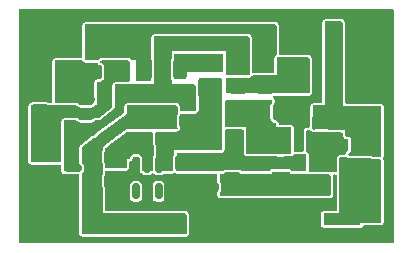
<source format=gbr>
%TF.GenerationSoftware,KiCad,Pcbnew,9.0.0-rc1-104-g6c47f32ccf*%
%TF.CreationDate,2025-01-02T15:15:32+01:00*%
%TF.ProjectId,breakoutpcbs,62726561-6b6f-4757-9470-6362732e6b69,rev?*%
%TF.SameCoordinates,PX6d3f490PY8024330*%
%TF.FileFunction,Copper,L1,Top*%
%TF.FilePolarity,Positive*%
%FSLAX46Y46*%
G04 Gerber Fmt 4.6, Leading zero omitted, Abs format (unit mm)*
G04 Created by KiCad (PCBNEW 9.0.0-rc1-104-g6c47f32ccf) date 2025-01-02 15:15:32*
%MOMM*%
%LPD*%
G01*
G04 APERTURE LIST*
G04 Aperture macros list*
%AMRoundRect*
0 Rectangle with rounded corners*
0 $1 Rounding radius*
0 $2 $3 $4 $5 $6 $7 $8 $9 X,Y pos of 4 corners*
0 Add a 4 corners polygon primitive as box body*
4,1,4,$2,$3,$4,$5,$6,$7,$8,$9,$2,$3,0*
0 Add four circle primitives for the rounded corners*
1,1,$1+$1,$2,$3*
1,1,$1+$1,$4,$5*
1,1,$1+$1,$6,$7*
1,1,$1+$1,$8,$9*
0 Add four rect primitives between the rounded corners*
20,1,$1+$1,$2,$3,$4,$5,0*
20,1,$1+$1,$4,$5,$6,$7,0*
20,1,$1+$1,$6,$7,$8,$9,0*
20,1,$1+$1,$8,$9,$2,$3,0*%
%AMFreePoly0*
4,1,21,1.372500,0.787500,0.862500,0.787500,0.862500,0.532500,1.372500,0.532500,1.372500,0.127500,0.862500,0.127500,0.862500,-0.127500,1.372500,-0.127500,1.372500,-0.532500,0.862500,-0.532500,0.862500,-0.787500,1.372500,-0.787500,1.372500,-1.195000,0.612500,-1.195000,0.612500,-1.117500,-0.862500,-1.117500,-0.862500,1.117500,0.612500,1.117500,0.612500,1.195000,1.372500,1.195000,
1.372500,0.787500,1.372500,0.787500,$1*%
G04 Aperture macros list end*
%TA.AperFunction,SMDPad,CuDef*%
%ADD10RoundRect,0.250000X0.450000X-0.350000X0.450000X0.350000X-0.450000X0.350000X-0.450000X-0.350000X0*%
%TD*%
%TA.AperFunction,SMDPad,CuDef*%
%ADD11RoundRect,0.250000X-0.450000X0.350000X-0.450000X-0.350000X0.450000X-0.350000X0.450000X0.350000X0*%
%TD*%
%TA.AperFunction,SMDPad,CuDef*%
%ADD12R,3.150000X1.000000*%
%TD*%
%TA.AperFunction,SMDPad,CuDef*%
%ADD13R,1.000000X2.510000*%
%TD*%
%TA.AperFunction,SMDPad,CuDef*%
%ADD14RoundRect,0.250000X-0.350000X-0.450000X0.350000X-0.450000X0.350000X0.450000X-0.350000X0.450000X0*%
%TD*%
%TA.AperFunction,SMDPad,CuDef*%
%ADD15RoundRect,0.250000X-0.312500X-0.625000X0.312500X-0.625000X0.312500X0.625000X-0.312500X0.625000X0*%
%TD*%
%TA.AperFunction,SMDPad,CuDef*%
%ADD16RoundRect,0.150000X-0.587500X-0.150000X0.587500X-0.150000X0.587500X0.150000X-0.587500X0.150000X0*%
%TD*%
%TA.AperFunction,ComponentPad*%
%ADD17R,1.500000X1.050000*%
%TD*%
%TA.AperFunction,ComponentPad*%
%ADD18O,1.500000X1.050000*%
%TD*%
%TA.AperFunction,SMDPad,CuDef*%
%ADD19RoundRect,0.150000X-0.150000X0.512500X-0.150000X-0.512500X0.150000X-0.512500X0.150000X0.512500X0*%
%TD*%
%TA.AperFunction,SMDPad,CuDef*%
%ADD20R,0.405000X0.990000*%
%TD*%
%TA.AperFunction,SMDPad,CuDef*%
%ADD21FreePoly0,270.000000*%
%TD*%
%TA.AperFunction,SMDPad,CuDef*%
%ADD22RoundRect,0.250000X0.350000X0.450000X-0.350000X0.450000X-0.350000X-0.450000X0.350000X-0.450000X0*%
%TD*%
G04 APERTURE END LIST*
D10*
%TO.P,R11,1*%
%TO.N,Net-(U6-VDD)*%
X10642000Y9358500D03*
%TO.P,R11,2*%
%TO.N,/power_switch_bbA/ONOFF*%
X10642000Y11358500D03*
%TD*%
D11*
%TO.P,R19,1*%
%TO.N,/power_switch_bbA/VBATT*%
X26136000Y11358500D03*
%TO.P,R19,2*%
%TO.N,Net-(Q6-G)*%
X26136000Y9358500D03*
%TD*%
%TO.P,R16,1*%
%TO.N,Net-(Q3-C)*%
X14812000Y12882500D03*
%TO.P,R16,2*%
%TO.N,Net-(U6-VOUT)*%
X14812000Y10882500D03*
%TD*%
%TO.P,R24,1*%
%TO.N,Net-(R24-Pad1)*%
X16844000Y15748000D03*
%TO.P,R24,2*%
%TO.N,Net-(U6-VOUT)*%
X16844000Y13748000D03*
%TD*%
%TO.P,R21,1*%
%TO.N,Net-(R21-Pad1)*%
X9144000Y17002000D03*
%TO.P,R21,2*%
%TO.N,Net-(Q3-B)*%
X9144000Y15002000D03*
%TD*%
D10*
%TO.P,R15,1*%
%TO.N,Net-(U6-VOUT)*%
X12780000Y9358500D03*
%TO.P,R15,2*%
%TO.N,/power_switch_bbA/ONOFF*%
X12780000Y11358500D03*
%TD*%
D12*
%TO.P,J8,1,Pin_1*%
%TO.N,/power_switch_bbA/ONOFF*%
X12939000Y2032000D03*
%TO.P,J8,2,Pin_2*%
X7889000Y2032000D03*
%TD*%
D10*
%TO.P,R25,1*%
%TO.N,/power_switch_bbA/EN1*%
X21336000Y13732000D03*
%TO.P,R25,2*%
%TO.N,Net-(R21-Pad1)*%
X21336000Y15732000D03*
%TD*%
D13*
%TO.P,J5,1,Pin_1*%
%TO.N,/power_switch_bbA/EN1*%
X24638000Y14601000D03*
%TO.P,J5,2,Pin_2*%
%TO.N,/power_switch_bbA/VBATT*%
X27178000Y17911000D03*
%TO.P,J5,3,Pin_3*%
%TO.N,GND1*%
X29718000Y14601000D03*
%TD*%
D11*
%TO.P,R13,1*%
%TO.N,GND1*%
X4572000Y17002000D03*
%TO.P,R13,2*%
%TO.N,Net-(Q4-E)*%
X4572000Y15002000D03*
%TD*%
D14*
%TO.P,R18,1*%
%TO.N,Net-(U6-VOUT)*%
X16754000Y11628500D03*
%TO.P,R18,2*%
%TO.N,Net-(Q5-E)*%
X18754000Y11628500D03*
%TD*%
D10*
%TO.P,R12,1*%
%TO.N,GND1*%
X8462000Y5802500D03*
%TO.P,R12,2*%
%TO.N,Net-(U6-VDD)*%
X8462000Y7802500D03*
%TD*%
D15*
%TO.P,R28,1*%
%TO.N,Net-(R21-Pad1)*%
X11237500Y15240000D03*
%TO.P,R28,2*%
%TO.N,Net-(R24-Pad1)*%
X14162500Y15240000D03*
%TD*%
D16*
%TO.P,Q3,1,B*%
%TO.N,Net-(Q3-B)*%
X3205000Y7808000D03*
%TO.P,Q3,2,E*%
%TO.N,GND1*%
X3205000Y5908000D03*
%TO.P,Q3,3,C*%
%TO.N,Net-(Q3-C)*%
X5080000Y6858000D03*
%TD*%
D10*
%TO.P,R23,1*%
%TO.N,Net-(Q5-C)*%
X26136000Y5310500D03*
%TO.P,R23,2*%
%TO.N,Net-(Q6-G)*%
X26136000Y7310500D03*
%TD*%
D11*
%TO.P,R22,1*%
%TO.N,Net-(R21-Pad1)*%
X6858000Y17002000D03*
%TO.P,R22,2*%
%TO.N,Net-(Q4-E)*%
X6858000Y15002000D03*
%TD*%
D17*
%TO.P,Q4,1,C*%
%TO.N,Net-(Q3-C)*%
X6202000Y10160000D03*
D18*
%TO.P,Q4,2,B*%
%TO.N,Net-(Q3-B)*%
X6202000Y11430000D03*
%TO.P,Q4,3,E*%
%TO.N,Net-(Q4-E)*%
X6202000Y12700000D03*
%TD*%
D19*
%TO.P,U6,1,VOUT*%
%TO.N,Net-(U6-VOUT)*%
X12354000Y7178000D03*
%TO.P,U6,2,VDD*%
%TO.N,Net-(U6-VDD)*%
X11404000Y7178000D03*
%TO.P,U6,3,GND*%
%TO.N,GND1*%
X10454000Y7178000D03*
%TO.P,U6,4*%
%TO.N,N/C*%
X10454000Y4903000D03*
%TO.P,U6,5*%
X12354000Y4903000D03*
%TD*%
D10*
%TO.P,R26,1*%
%TO.N,GND1*%
X14452000Y5294500D03*
%TO.P,R26,2*%
%TO.N,Net-(Q5-B)*%
X14452000Y7294500D03*
%TD*%
D14*
%TO.P,R17,1*%
%TO.N,Net-(U6-VOUT)*%
X16754000Y9342500D03*
%TO.P,R17,2*%
%TO.N,Net-(Q5-B)*%
X18754000Y9342500D03*
%TD*%
D20*
%TO.P,Q6,1,S*%
%TO.N,/power_switch_bbA/VBATT*%
X30200000Y8850500D03*
%TO.P,Q6,2,S*%
X29540000Y8850500D03*
%TO.P,Q6,3,S*%
X28880000Y8850500D03*
%TO.P,Q6,4,G*%
%TO.N,Net-(Q6-G)*%
X28220000Y8850500D03*
D21*
%TO.P,Q6,5,D*%
%TO.N,+7.5V*%
X29210000Y6858000D03*
%TD*%
D11*
%TO.P,R14,1*%
%TO.N,GND1*%
X2286000Y13700000D03*
%TO.P,R14,2*%
%TO.N,Net-(Q3-B)*%
X2286000Y11700000D03*
%TD*%
D17*
%TO.P,Q5,1,C*%
%TO.N,Net-(Q5-C)*%
X22686000Y6040500D03*
D18*
%TO.P,Q5,2,B*%
%TO.N,Net-(Q5-B)*%
X22686000Y7310500D03*
%TO.P,Q5,3,E*%
%TO.N,Net-(Q5-E)*%
X22686000Y8580500D03*
%TD*%
D10*
%TO.P,R20,1*%
%TO.N,/power_switch_bbA/EN1*%
X19050000Y13732000D03*
%TO.P,R20,2*%
%TO.N,Net-(Q3-C)*%
X19050000Y15732000D03*
%TD*%
D22*
%TO.P,R27,1*%
%TO.N,GND1*%
X22606000Y11628500D03*
%TO.P,R27,2*%
%TO.N,Net-(Q5-E)*%
X20606000Y11628500D03*
%TD*%
D12*
%TO.P,J7,1,Pin_1*%
%TO.N,+7.5V*%
X27910000Y2540000D03*
%TO.P,J7,2,Pin_2*%
%TO.N,GND1*%
X22860000Y2540000D03*
%TD*%
D16*
%TO.P,Q7,1,B*%
%TO.N,Net-(Q5-B)*%
X16738000Y7178500D03*
%TO.P,Q7,2,E*%
%TO.N,GND1*%
X16738000Y5278500D03*
%TO.P,Q7,3,C*%
%TO.N,Net-(Q5-C)*%
X18613000Y6228500D03*
%TD*%
%TA.AperFunction,Conductor*%
%TO.N,Net-(Q5-C)*%
G36*
X26867039Y6330315D02*
G01*
X26912794Y6277511D01*
X26924000Y6226000D01*
X26924000Y4640500D01*
X26904315Y4573461D01*
X26851511Y4527706D01*
X26800000Y4516500D01*
X17650000Y4516500D01*
X17641314Y4519051D01*
X17632353Y4517762D01*
X17608312Y4528741D01*
X17582961Y4536185D01*
X17577033Y4543026D01*
X17568797Y4546787D01*
X17554507Y4569022D01*
X17537206Y4588989D01*
X17534918Y4599504D01*
X17531023Y4605565D01*
X17526000Y4640500D01*
X17526000Y4781957D01*
X17545685Y4848996D01*
X17562314Y4869634D01*
X17614698Y4922017D01*
X17666073Y5027107D01*
X17676000Y5095240D01*
X17676000Y5461760D01*
X17666073Y5529893D01*
X17614698Y5634983D01*
X17614696Y5634985D01*
X17614696Y5634986D01*
X17562319Y5687363D01*
X17528834Y5748686D01*
X17526000Y5775044D01*
X17526000Y6226000D01*
X17545685Y6293039D01*
X17598489Y6338794D01*
X17650000Y6350000D01*
X26800000Y6350000D01*
X26867039Y6330315D01*
G37*
%TD.AperFunction*%
%TD*%
%TA.AperFunction,Conductor*%
%TO.N,Net-(R21-Pad1)*%
G36*
X22295039Y19030315D02*
G01*
X22340794Y18977511D01*
X22352000Y18926000D01*
X22352000Y16507614D01*
X22332315Y16440575D01*
X22294501Y16405724D01*
X22295656Y16404043D01*
X22289917Y16400102D01*
X22237104Y16354340D01*
X22219160Y16336758D01*
X22219154Y16336751D01*
X22174511Y16256941D01*
X22174509Y16256936D01*
X22154826Y16189904D01*
X22154825Y16189899D01*
X22154825Y16189898D01*
X22146909Y16134840D01*
X22146500Y16131997D01*
X22146500Y15061500D01*
X22126815Y14994461D01*
X22074011Y14948706D01*
X22022500Y14937500D01*
X20395500Y14937500D01*
X20328461Y14957185D01*
X20282706Y15009989D01*
X20271500Y15061500D01*
X20271500Y17909992D01*
X20271499Y17910008D01*
X20266803Y17953684D01*
X20262897Y17971636D01*
X20255602Y18005175D01*
X20255348Y18006211D01*
X20253110Y18015373D01*
X20210100Y18096085D01*
X20164345Y18148889D01*
X20164339Y18148896D01*
X20146757Y18166840D01*
X20146756Y18166841D01*
X20146754Y18166843D01*
X20146752Y18166844D01*
X20146750Y18166846D01*
X20066940Y18211489D01*
X20066935Y18211491D01*
X19999903Y18231174D01*
X19999899Y18231175D01*
X19999898Y18231175D01*
X19942000Y18239500D01*
X12062000Y18239500D01*
X12061992Y18239500D01*
X12018313Y18234803D01*
X11966825Y18223603D01*
X11956627Y18221110D01*
X11956624Y18221109D01*
X11875916Y18178101D01*
X11875913Y18178099D01*
X11823104Y18132340D01*
X11805160Y18114758D01*
X11805154Y18114751D01*
X11760511Y18034941D01*
X11760509Y18034936D01*
X11740826Y17967904D01*
X11740825Y17967899D01*
X11740825Y17967898D01*
X11732502Y17910008D01*
X11732500Y17909997D01*
X11732500Y16136624D01*
X11738542Y16087162D01*
X11740231Y16080350D01*
X11752542Y16030705D01*
X11752541Y16030704D01*
X11757547Y16010521D01*
X11757771Y16010277D01*
X11763564Y15996459D01*
X11775009Y15963744D01*
X11775022Y15963719D01*
X11788040Y15926519D01*
X11795000Y15885561D01*
X11795000Y14594443D01*
X11794305Y14590354D01*
X11794839Y14588120D01*
X11788041Y14553487D01*
X11775009Y14516245D01*
X11774994Y14516225D01*
X11763553Y14483514D01*
X11759696Y14478136D01*
X11756277Y14464350D01*
X11752966Y14453246D01*
X11749802Y14444205D01*
X11750015Y14442911D01*
X11747313Y14428273D01*
X11740267Y14399797D01*
X11740258Y14399783D01*
X11740252Y14399735D01*
X11738542Y14392842D01*
X11732500Y14343377D01*
X11732323Y14340467D01*
X11732053Y14339721D01*
X11732043Y14339635D01*
X11732023Y14339638D01*
X11708602Y14274747D01*
X11653116Y14232285D01*
X11608552Y14224000D01*
X10538000Y14224000D01*
X10470961Y14243685D01*
X10425206Y14296489D01*
X10414000Y14348000D01*
X10414000Y16002000D01*
X10157613Y16002000D01*
X10090574Y16021685D01*
X10055723Y16059504D01*
X10054040Y16058347D01*
X10050102Y16064081D01*
X10050100Y16064085D01*
X10004345Y16116889D01*
X10004339Y16116896D01*
X9986757Y16134840D01*
X9986756Y16134841D01*
X9986754Y16134843D01*
X9986752Y16134844D01*
X9986750Y16134846D01*
X9906940Y16179489D01*
X9906935Y16179491D01*
X9839903Y16199174D01*
X9839899Y16199175D01*
X9839898Y16199175D01*
X9782000Y16207500D01*
X7544215Y16207500D01*
X7491362Y16200588D01*
X7429773Y16184198D01*
X7429740Y16184188D01*
X7429733Y16184186D01*
X7429730Y16184185D01*
X7426743Y16183233D01*
X7410769Y16178142D01*
X7410767Y16178141D01*
X7334338Y16127915D01*
X7285946Y16077508D01*
X7263941Y16051584D01*
X7262537Y16052776D01*
X7218413Y16013741D01*
X7165745Y16002000D01*
X6220000Y16002000D01*
X6152961Y16021685D01*
X6107206Y16074489D01*
X6096000Y16126000D01*
X6096000Y18926000D01*
X6115685Y18993039D01*
X6168489Y19038794D01*
X6220000Y19050000D01*
X22228000Y19050000D01*
X22295039Y19030315D01*
G37*
%TD.AperFunction*%
%TD*%
%TA.AperFunction,Conductor*%
%TO.N,Net-(Q3-C)*%
G36*
X20009039Y18014315D02*
G01*
X20054794Y17961511D01*
X20066000Y17910000D01*
X20066000Y14856000D01*
X20046315Y14788961D01*
X19993511Y14743206D01*
X19942000Y14732000D01*
X18158000Y14732000D01*
X18090961Y14751685D01*
X18045206Y14804489D01*
X18034000Y14856000D01*
X18034000Y16764000D01*
X13462000Y16764000D01*
X13462000Y16136625D01*
X13449660Y16086868D01*
X13450276Y16086652D01*
X13447978Y16080086D01*
X13447631Y16078685D01*
X13447208Y16077886D01*
X13402353Y15949697D01*
X13399500Y15919270D01*
X13399500Y14560731D01*
X13402353Y14530301D01*
X13402353Y14530299D01*
X13434260Y14439118D01*
X13447207Y14402118D01*
X13447209Y14402116D01*
X13447628Y14401322D01*
X13447975Y14399923D01*
X13450276Y14393347D01*
X13449659Y14393132D01*
X13462000Y14343377D01*
X13462000Y13970000D01*
X15370000Y13970000D01*
X15437039Y13950315D01*
X15482794Y13897511D01*
X15494000Y13846000D01*
X15494000Y11807960D01*
X15474315Y11740921D01*
X15421511Y11695166D01*
X15369997Y11683960D01*
X14299497Y11683986D01*
X14232458Y11703672D01*
X14186704Y11756477D01*
X14175500Y11807986D01*
X14175500Y12067992D01*
X14175499Y12068008D01*
X14170803Y12111684D01*
X14165411Y12136468D01*
X14159602Y12163175D01*
X14159348Y12164211D01*
X14157110Y12173373D01*
X14114100Y12254085D01*
X14068345Y12306889D01*
X14068339Y12306896D01*
X14050757Y12324840D01*
X14050756Y12324841D01*
X14050754Y12324843D01*
X14050752Y12324844D01*
X14050750Y12324846D01*
X13970940Y12369489D01*
X13970935Y12369491D01*
X13903903Y12389174D01*
X13903899Y12389175D01*
X13903898Y12389175D01*
X13846000Y12397500D01*
X9776000Y12397500D01*
X9775992Y12397500D01*
X9732313Y12392803D01*
X9680825Y12381603D01*
X9670627Y12379110D01*
X9670624Y12379109D01*
X9589916Y12336101D01*
X9589913Y12336099D01*
X9537104Y12290340D01*
X9519160Y12272758D01*
X9519154Y12272751D01*
X9474511Y12192941D01*
X9474509Y12192936D01*
X9454826Y12125904D01*
X9454825Y12125899D01*
X9454825Y12125898D01*
X9446502Y12068008D01*
X9446500Y12067997D01*
X9446500Y11658252D01*
X9426815Y11591213D01*
X9396900Y11559052D01*
X7068001Y9812378D01*
X7055263Y9802003D01*
X7040438Y9788910D01*
X7040437Y9788909D01*
X6994378Y9730128D01*
X6994377Y9730126D01*
X6976261Y9695493D01*
X6927745Y9645214D01*
X6890663Y9631368D01*
X6867059Y9626656D01*
X6867054Y9626655D01*
X6867053Y9626654D01*
X6801611Y9602178D01*
X6750306Y9574104D01*
X6750300Y9574101D01*
X5768304Y8837604D01*
X5741123Y8813155D01*
X5711283Y8781075D01*
X5709156Y8778754D01*
X5664511Y8698941D01*
X5664509Y8698936D01*
X5644826Y8631904D01*
X5644825Y8631899D01*
X5644825Y8631898D01*
X5639071Y8591877D01*
X5636500Y8573997D01*
X5636500Y7380544D01*
X5637678Y7358564D01*
X5640511Y7332217D01*
X5640512Y7332215D01*
X5645143Y7317427D01*
X5664471Y7255700D01*
X5664473Y7255696D01*
X5664474Y7255694D01*
X5697952Y7194383D01*
X5697957Y7194375D01*
X5732998Y7147565D01*
X5733004Y7147559D01*
X5733008Y7147553D01*
X5733015Y7147546D01*
X5772505Y7108055D01*
X5774641Y7105064D01*
X5776361Y7104021D01*
X5796219Y7074844D01*
X5799896Y7067324D01*
X5812500Y7012855D01*
X5812500Y6728000D01*
X5792815Y6660961D01*
X5740011Y6615206D01*
X5688500Y6604000D01*
X4442000Y6604000D01*
X4374961Y6623685D01*
X4329206Y6676489D01*
X4318000Y6728000D01*
X4318000Y10798000D01*
X4337685Y10865039D01*
X4390489Y10910794D01*
X4442000Y10922000D01*
X5407626Y10922000D01*
X5474665Y10902315D01*
X5495307Y10885681D01*
X5514517Y10866471D01*
X5514521Y10866468D01*
X5633340Y10787075D01*
X5633346Y10787072D01*
X5633347Y10787071D01*
X5765380Y10732381D01*
X5765384Y10732381D01*
X5765385Y10732380D01*
X5905542Y10704500D01*
X5905545Y10704500D01*
X6498457Y10704500D01*
X6592751Y10723258D01*
X6638620Y10732381D01*
X6770653Y10787071D01*
X6889479Y10866468D01*
X6889482Y10866471D01*
X6908693Y10885681D01*
X6970016Y10919166D01*
X6996374Y10922000D01*
X7365999Y10922000D01*
X7366000Y10922000D01*
X8636000Y11938000D01*
X8636000Y13846000D01*
X8655685Y13913039D01*
X8708489Y13958794D01*
X8760000Y13970000D01*
X11938000Y13970000D01*
X11938000Y14343377D01*
X11950340Y14393132D01*
X11949724Y14393347D01*
X11952024Y14399923D01*
X11952372Y14401322D01*
X11952787Y14402111D01*
X11952793Y14402118D01*
X11997417Y14529646D01*
X11997646Y14530299D01*
X11997646Y14530301D01*
X12000500Y14560731D01*
X12000500Y15919270D01*
X11997646Y15949697D01*
X11997646Y15949699D01*
X11952793Y16077882D01*
X11952791Y16077884D01*
X11952791Y16077886D01*
X11952369Y16078685D01*
X11952021Y16080086D01*
X11949724Y16086652D01*
X11950339Y16086868D01*
X11938000Y16136625D01*
X11938000Y17910000D01*
X11957685Y17977039D01*
X12010489Y18022794D01*
X12062000Y18034000D01*
X19942000Y18034000D01*
X20009039Y18014315D01*
G37*
%TD.AperFunction*%
%TD*%
%TA.AperFunction,Conductor*%
%TO.N,Net-(Q5-E)*%
G36*
X21954463Y12624815D02*
G01*
X22000218Y12572011D01*
X22010162Y12502853D01*
X21981137Y12439297D01*
X21961058Y12420730D01*
X21933850Y12400650D01*
X21853207Y12291383D01*
X21853206Y12291381D01*
X21808353Y12163202D01*
X21808353Y12163200D01*
X21805500Y12132770D01*
X21805500Y11124231D01*
X21808353Y11093801D01*
X21808353Y11093799D01*
X21853206Y10965620D01*
X21853207Y10965618D01*
X21933850Y10856350D01*
X22043118Y10775707D01*
X22085845Y10760756D01*
X22171299Y10730854D01*
X22201730Y10728000D01*
X22202000Y10728000D01*
X22202052Y10727985D01*
X22204630Y10727864D01*
X22204600Y10727237D01*
X22269039Y10708315D01*
X22314794Y10655511D01*
X22326000Y10604000D01*
X22326000Y10358500D01*
X23472000Y10358500D01*
X23539039Y10338815D01*
X23584794Y10286011D01*
X23596000Y10234500D01*
X23596000Y8196500D01*
X23576315Y8129461D01*
X23523511Y8083706D01*
X23472000Y8072500D01*
X19910000Y8072500D01*
X19842961Y8092185D01*
X19797206Y8144989D01*
X19786000Y8196500D01*
X19786000Y10358500D01*
X18083500Y10358500D01*
X18016461Y10378185D01*
X17970706Y10430989D01*
X17959500Y10482500D01*
X17959500Y12520500D01*
X17979185Y12587539D01*
X18031989Y12633294D01*
X18083500Y12644500D01*
X21887424Y12644500D01*
X21954463Y12624815D01*
G37*
%TD.AperFunction*%
%TD*%
%TA.AperFunction,Conductor*%
%TO.N,+7.5V*%
G36*
X28330348Y7798815D02*
G01*
X28338341Y7793206D01*
X28338427Y7793158D01*
X28338428Y7793157D01*
X28385101Y7767050D01*
X28394952Y7761539D01*
X28418245Y7748510D01*
X28485284Y7728825D01*
X28543182Y7720500D01*
X30275845Y7720500D01*
X30342884Y7700815D01*
X30353160Y7693445D01*
X30363876Y7684899D01*
X30372274Y7678545D01*
X30382526Y7671193D01*
X30382530Y7671191D01*
X30382533Y7671189D01*
X30444396Y7641010D01*
X30511435Y7621325D01*
X30569333Y7613000D01*
X30569337Y7613000D01*
X31092000Y7613000D01*
X31159039Y7593315D01*
X31204794Y7540511D01*
X31216000Y7489000D01*
X31216000Y2354500D01*
X31196315Y2287461D01*
X31143511Y2241706D01*
X31092000Y2230500D01*
X27784000Y2230500D01*
X27716961Y2250185D01*
X27671206Y2302989D01*
X27660000Y2354500D01*
X27660000Y7694500D01*
X27679685Y7761539D01*
X27732489Y7807294D01*
X27784000Y7818500D01*
X28263309Y7818500D01*
X28330348Y7798815D01*
G37*
%TD.AperFunction*%
%TD*%
%TA.AperFunction,Conductor*%
%TO.N,/power_switch_bbA/ONOFF*%
G36*
X13913039Y12172315D02*
G01*
X13958794Y12119511D01*
X13970000Y12068000D01*
X13970000Y11496557D01*
X13959710Y11455050D01*
X13962276Y11454152D01*
X13914353Y11317197D01*
X13911500Y11286770D01*
X13911500Y10478231D01*
X13914353Y10447801D01*
X13914354Y10447799D01*
X13957339Y10324955D01*
X13960901Y10255176D01*
X13926173Y10194549D01*
X13864179Y10162321D01*
X13840298Y10160000D01*
X9652000Y10160000D01*
X8869292Y9572969D01*
X7620000Y8636001D01*
X7620000Y8416557D01*
X7609710Y8375050D01*
X7612276Y8374152D01*
X7564353Y8237197D01*
X7561500Y8206770D01*
X7561500Y7398231D01*
X7564353Y7367801D01*
X7564353Y7367799D01*
X7612276Y7230847D01*
X7609704Y7229948D01*
X7620000Y7188445D01*
X7620000Y6416557D01*
X7609710Y6375050D01*
X7612276Y6374152D01*
X7564353Y6237197D01*
X7561500Y6206770D01*
X7561500Y5398231D01*
X7564353Y5367801D01*
X7564353Y5367799D01*
X7612276Y5230847D01*
X7609704Y5229948D01*
X7620000Y5188445D01*
X7620000Y3048000D01*
X14608000Y3048000D01*
X14675039Y3028315D01*
X14720794Y2975511D01*
X14732000Y2924000D01*
X14732000Y1394000D01*
X14712315Y1326961D01*
X14659511Y1281206D01*
X14608000Y1270000D01*
X5966000Y1270000D01*
X5898961Y1289685D01*
X5853206Y1342489D01*
X5842000Y1394000D01*
X5842000Y6335457D01*
X5861685Y6402496D01*
X5878314Y6423134D01*
X5956698Y6501517D01*
X6008073Y6606607D01*
X6018000Y6674740D01*
X6018000Y7041260D01*
X6008073Y7109393D01*
X5956698Y7214483D01*
X5956696Y7214485D01*
X5956696Y7214486D01*
X5878319Y7292863D01*
X5844834Y7354186D01*
X5842000Y7380544D01*
X5842000Y8574000D01*
X5861685Y8641039D01*
X5891600Y8673200D01*
X6873600Y9409700D01*
X6939042Y9434176D01*
X6948000Y9434500D01*
X6971750Y9434500D01*
X6971751Y9434501D01*
X6986568Y9437448D01*
X7030229Y9446132D01*
X7030229Y9446133D01*
X7030231Y9446133D01*
X7096552Y9490448D01*
X7140867Y9556769D01*
X7144089Y9572971D01*
X7176473Y9634881D01*
X7191301Y9647977D01*
X9652000Y11493500D01*
X9652000Y12068000D01*
X9671685Y12135039D01*
X9724489Y12180794D01*
X9776000Y12192000D01*
X13846000Y12192000D01*
X13913039Y12172315D01*
G37*
%TD.AperFunction*%
%TD*%
%TA.AperFunction,Conductor*%
%TO.N,Net-(Q3-B)*%
G36*
X9849039Y15982315D02*
G01*
X9894794Y15929511D01*
X9906000Y15878000D01*
X9906000Y14299500D01*
X9886315Y14232461D01*
X9833511Y14186706D01*
X9782000Y14175500D01*
X8759992Y14175500D01*
X8716313Y14170803D01*
X8664825Y14159603D01*
X8654627Y14157110D01*
X8654624Y14157109D01*
X8573916Y14114101D01*
X8573913Y14114099D01*
X8521104Y14068340D01*
X8503160Y14050758D01*
X8503154Y14050751D01*
X8458511Y13970941D01*
X8458509Y13970936D01*
X8438826Y13903904D01*
X8430500Y13845997D01*
X8430500Y12096367D01*
X8410815Y12029328D01*
X8383962Y11999539D01*
X7327879Y11154672D01*
X7263233Y11128164D01*
X7250417Y11127500D01*
X6996373Y11127500D01*
X6974393Y11126322D01*
X6948046Y11123489D01*
X6948044Y11123488D01*
X6871533Y11099530D01*
X6871530Y11099529D01*
X6871528Y11099529D01*
X6871523Y11099526D01*
X6810207Y11066045D01*
X6763387Y11030998D01*
X6761035Y11028959D01*
X6748739Y11019584D01*
X6683464Y10975968D01*
X6662026Y10964509D01*
X6589962Y10934659D01*
X6566701Y10927603D01*
X6554853Y10925247D01*
X6554841Y10925244D01*
X6552664Y10924810D01*
X6552656Y10924809D01*
X6550507Y10924382D01*
X6526323Y10922000D01*
X5877673Y10922000D01*
X5853482Y10924383D01*
X5837296Y10927603D01*
X5814041Y10934658D01*
X5741969Y10964511D01*
X5720531Y10975970D01*
X5655057Y11019718D01*
X5641085Y11030571D01*
X5640623Y11030986D01*
X5640614Y11030995D01*
X5624250Y11045693D01*
X5616653Y11051815D01*
X5603608Y11062328D01*
X5532563Y11099491D01*
X5465531Y11119174D01*
X5464882Y11119268D01*
X5407626Y11127500D01*
X4442000Y11127500D01*
X4441992Y11127500D01*
X4398313Y11122803D01*
X4346825Y11111603D01*
X4336627Y11109110D01*
X4336624Y11109109D01*
X4255916Y11066101D01*
X4255913Y11066099D01*
X4203104Y11020340D01*
X4185160Y11002758D01*
X4185154Y11002751D01*
X4140511Y10922941D01*
X4140509Y10922936D01*
X4120826Y10855904D01*
X4112500Y10797997D01*
X4112500Y7490000D01*
X4092815Y7422961D01*
X4040011Y7377206D01*
X3988500Y7366000D01*
X1648000Y7366000D01*
X1580961Y7385685D01*
X1535206Y7438489D01*
X1524000Y7490000D01*
X1524000Y12068000D01*
X1543685Y12135039D01*
X1596489Y12180794D01*
X1648000Y12192000D01*
X5407626Y12192000D01*
X5474665Y12172315D01*
X5495307Y12155681D01*
X5514517Y12136471D01*
X5514521Y12136468D01*
X5633340Y12057075D01*
X5633346Y12057072D01*
X5633347Y12057071D01*
X5765380Y12002381D01*
X5765384Y12002381D01*
X5765385Y12002380D01*
X5905542Y11974500D01*
X5905545Y11974500D01*
X6498457Y11974500D01*
X6592751Y11993258D01*
X6638620Y12002381D01*
X6770653Y12057071D01*
X6889479Y12136468D01*
X6889482Y12136471D01*
X6908693Y12155681D01*
X6970016Y12189166D01*
X6996374Y12192000D01*
X7112000Y12192000D01*
X7112000Y12433250D01*
X7121440Y12480705D01*
X7124617Y12488376D01*
X7124619Y12488380D01*
X7152500Y12628545D01*
X7152500Y12771455D01*
X7152500Y12771458D01*
X7124620Y12911615D01*
X7124619Y12911616D01*
X7124619Y12911620D01*
X7121439Y12919298D01*
X7112000Y12966750D01*
X7112000Y14077500D01*
X7131685Y14144539D01*
X7184489Y14190294D01*
X7236000Y14201500D01*
X7362270Y14201500D01*
X7392699Y14204354D01*
X7392701Y14204354D01*
X7473024Y14232461D01*
X7520882Y14249207D01*
X7630150Y14329850D01*
X7710793Y14439118D01*
X7743013Y14531197D01*
X7755646Y14567299D01*
X7755646Y14567301D01*
X7758500Y14597731D01*
X7758500Y15406270D01*
X7755646Y15436700D01*
X7755646Y15436702D01*
X7710793Y15564881D01*
X7710792Y15564883D01*
X7630150Y15674150D01*
X7520882Y15754793D01*
X7520880Y15754794D01*
X7509885Y15758641D01*
X7503259Y15760960D01*
X7446484Y15801680D01*
X7420737Y15866633D01*
X7434193Y15935195D01*
X7482581Y15985597D01*
X7544215Y16002000D01*
X9782000Y16002000D01*
X9849039Y15982315D01*
G37*
%TD.AperFunction*%
%TD*%
%TA.AperFunction,Conductor*%
%TO.N,GND1*%
G36*
X32208539Y20307815D02*
G01*
X32254294Y20255011D01*
X32265500Y20203500D01*
X32265500Y624500D01*
X32245815Y557461D01*
X32193011Y511706D01*
X32141500Y500500D01*
X624500Y500500D01*
X557461Y520185D01*
X511706Y572989D01*
X500500Y624500D01*
X500500Y12067997D01*
X1318500Y12067997D01*
X1318500Y7489993D01*
X1323197Y7446314D01*
X1334397Y7394826D01*
X1336890Y7384628D01*
X1336891Y7384625D01*
X1379899Y7303917D01*
X1379901Y7303914D01*
X1425660Y7251105D01*
X1443242Y7233161D01*
X1443246Y7233157D01*
X1443247Y7233156D01*
X1443249Y7233155D01*
X1522516Y7188816D01*
X1523063Y7188510D01*
X1590102Y7168825D01*
X1648000Y7160500D01*
X1648004Y7160500D01*
X3988500Y7160500D01*
X4055539Y7140815D01*
X4101294Y7088011D01*
X4112500Y7036500D01*
X4112500Y6727993D01*
X4117197Y6684314D01*
X4128397Y6632826D01*
X4130890Y6622628D01*
X4130891Y6622625D01*
X4173899Y6541917D01*
X4173904Y6541909D01*
X4185462Y6528571D01*
X4203148Y6501831D01*
X4203300Y6501519D01*
X4203304Y6501514D01*
X4286014Y6418804D01*
X4286015Y6418804D01*
X4286017Y6418802D01*
X4391107Y6367427D01*
X4418698Y6363407D01*
X4459239Y6357500D01*
X4459240Y6357500D01*
X5512500Y6357500D01*
X5579539Y6337815D01*
X5625294Y6285011D01*
X5636500Y6233500D01*
X5636500Y1393993D01*
X5641197Y1350314D01*
X5652397Y1298826D01*
X5654890Y1288628D01*
X5654891Y1288625D01*
X5697899Y1207917D01*
X5697901Y1207914D01*
X5743660Y1155105D01*
X5761242Y1137161D01*
X5761246Y1137157D01*
X5761247Y1137156D01*
X5761249Y1137155D01*
X5841059Y1092512D01*
X5841063Y1092510D01*
X5908102Y1072825D01*
X5966000Y1064500D01*
X5966004Y1064500D01*
X14607991Y1064500D01*
X14608000Y1064500D01*
X14651684Y1069197D01*
X14680875Y1075548D01*
X14703174Y1080398D01*
X14703190Y1080402D01*
X14703195Y1080403D01*
X14713373Y1082890D01*
X14794085Y1125900D01*
X14846889Y1171655D01*
X14864843Y1189246D01*
X14909490Y1269063D01*
X14929175Y1336102D01*
X14937500Y1394000D01*
X14937500Y2924000D01*
X14932803Y2967684D01*
X14928897Y2985636D01*
X14921602Y3019175D01*
X14921348Y3020211D01*
X14919110Y3029373D01*
X14876100Y3110085D01*
X14830345Y3162889D01*
X14830339Y3162896D01*
X14812757Y3180840D01*
X14812756Y3180841D01*
X14812754Y3180843D01*
X14812752Y3180844D01*
X14812750Y3180846D01*
X14732940Y3225489D01*
X14732935Y3225491D01*
X14665903Y3245174D01*
X14665899Y3245175D01*
X14665898Y3245175D01*
X14608000Y3253500D01*
X14607996Y3253500D01*
X7949500Y3253500D01*
X7882461Y3273185D01*
X7836706Y3325989D01*
X7825500Y3377500D01*
X7825500Y5188448D01*
X7825499Y5188451D01*
X7819454Y5237924D01*
X7819454Y5237925D01*
X7809757Y5277012D01*
X7807800Y5284897D01*
X7806243Y5298721D01*
X7799808Y5317110D01*
X7799655Y5317728D01*
X7799270Y5318649D01*
X7773959Y5390982D01*
X7773264Y5395071D01*
X7772023Y5397002D01*
X7767000Y5431937D01*
X7767000Y5448761D01*
X9953500Y5448761D01*
X9953500Y4357240D01*
X9963426Y4289109D01*
X10014803Y4184015D01*
X10097514Y4101304D01*
X10097515Y4101304D01*
X10097517Y4101302D01*
X10202607Y4049927D01*
X10236673Y4044964D01*
X10270739Y4040000D01*
X10270740Y4040000D01*
X10637261Y4040000D01*
X10659971Y4043309D01*
X10705393Y4049927D01*
X10810483Y4101302D01*
X10893198Y4184017D01*
X10944573Y4289107D01*
X10954500Y4357240D01*
X10954500Y5448760D01*
X10954500Y5448761D01*
X11853500Y5448761D01*
X11853500Y4357240D01*
X11863426Y4289109D01*
X11914803Y4184015D01*
X11997514Y4101304D01*
X11997515Y4101304D01*
X11997517Y4101302D01*
X12102607Y4049927D01*
X12136673Y4044964D01*
X12170739Y4040000D01*
X12170740Y4040000D01*
X12537261Y4040000D01*
X12559971Y4043309D01*
X12605393Y4049927D01*
X12710483Y4101302D01*
X12793198Y4184017D01*
X12844573Y4289107D01*
X12854500Y4357240D01*
X12854500Y5448760D01*
X12844573Y5516893D01*
X12793198Y5621983D01*
X12793196Y5621985D01*
X12793196Y5621986D01*
X12710485Y5704697D01*
X12605391Y5756074D01*
X12537261Y5766000D01*
X12537260Y5766000D01*
X12170740Y5766000D01*
X12170739Y5766000D01*
X12102608Y5756074D01*
X11997514Y5704697D01*
X11914803Y5621986D01*
X11863426Y5516892D01*
X11853500Y5448761D01*
X10954500Y5448761D01*
X10944573Y5516893D01*
X10893198Y5621983D01*
X10893196Y5621985D01*
X10893196Y5621986D01*
X10810485Y5704697D01*
X10705391Y5756074D01*
X10637261Y5766000D01*
X10637260Y5766000D01*
X10270740Y5766000D01*
X10270739Y5766000D01*
X10202608Y5756074D01*
X10097514Y5704697D01*
X10014803Y5621986D01*
X9963426Y5516892D01*
X9953500Y5448761D01*
X7767000Y5448761D01*
X7767000Y6173060D01*
X7773959Y6214015D01*
X7806244Y6306279D01*
X7816483Y6351135D01*
X7816482Y6351137D01*
X7818293Y6359066D01*
X7818943Y6363377D01*
X7818780Y6363407D01*
X7819461Y6367102D01*
X7819501Y6367427D01*
X7825500Y6416557D01*
X7825500Y6528500D01*
X7845185Y6595539D01*
X7897989Y6641294D01*
X7949500Y6652500D01*
X9527991Y6652500D01*
X9528000Y6652500D01*
X9571684Y6657197D01*
X9600875Y6663548D01*
X9623174Y6668398D01*
X9623190Y6668402D01*
X9623195Y6668403D01*
X9633373Y6670890D01*
X9714085Y6713900D01*
X9766889Y6759655D01*
X9784843Y6777246D01*
X9829490Y6857063D01*
X9849175Y6924102D01*
X9857500Y6982000D01*
X9857500Y7321406D01*
X9877185Y7388445D01*
X9929989Y7434200D01*
X9938324Y7437647D01*
X9976628Y7451871D01*
X10035477Y7489535D01*
X10055781Y7504356D01*
X10111469Y7576903D01*
X10140613Y7640404D01*
X10157197Y7696496D01*
X10159355Y7711315D01*
X10159951Y7713244D01*
X10159828Y7714302D01*
X10170658Y7747893D01*
X10175273Y7757334D01*
X10198991Y7790556D01*
X10203944Y7795509D01*
X10221783Y7808245D01*
X10222399Y7808918D01*
X10222921Y7809057D01*
X10237167Y7819228D01*
X10244690Y7822906D01*
X10299141Y7835500D01*
X10608857Y7835500D01*
X10620945Y7832704D01*
X10629728Y7833731D01*
X10663316Y7822901D01*
X10670832Y7819227D01*
X10704051Y7795508D01*
X10709005Y7790554D01*
X10721753Y7772701D01*
X10722413Y7772098D01*
X10722548Y7771587D01*
X10732721Y7757341D01*
X10736397Y7749823D01*
X10749000Y7695355D01*
X10749000Y6727993D01*
X10753697Y6684314D01*
X10764897Y6632826D01*
X10767390Y6622628D01*
X10767391Y6622625D01*
X10810399Y6541917D01*
X10810401Y6541914D01*
X10856160Y6489105D01*
X10873742Y6471161D01*
X10873746Y6471157D01*
X10926588Y6441599D01*
X10953489Y6426551D01*
X10953563Y6426510D01*
X10985127Y6417242D01*
X11037872Y6385946D01*
X11047514Y6376304D01*
X11047515Y6376304D01*
X11047517Y6376302D01*
X11152607Y6324927D01*
X11163671Y6323315D01*
X11220739Y6315000D01*
X11220740Y6315000D01*
X11587261Y6315000D01*
X11609971Y6318309D01*
X11655393Y6324927D01*
X11760483Y6376302D01*
X11765601Y6381421D01*
X11776443Y6388145D01*
X11782207Y6395348D01*
X11803868Y6405153D01*
X11813712Y6411257D01*
X11820061Y6413396D01*
X11824695Y6414403D01*
X11834873Y6416890D01*
X11842482Y6420946D01*
X11852187Y6424213D01*
X11877267Y6425197D01*
X11901850Y6430286D01*
X11911584Y6426544D01*
X11922003Y6426952D01*
X11943634Y6414220D01*
X11967065Y6405211D01*
X11979440Y6394378D01*
X11997514Y6376304D01*
X11997515Y6376304D01*
X11997517Y6376302D01*
X12102607Y6324927D01*
X12113671Y6323315D01*
X12170739Y6315000D01*
X12170740Y6315000D01*
X12537261Y6315000D01*
X12559971Y6318309D01*
X12605393Y6324927D01*
X12710483Y6376302D01*
X12710483Y6376303D01*
X12719714Y6380815D01*
X12720448Y6379312D01*
X12775248Y6398352D01*
X12781298Y6398500D01*
X13469088Y6398500D01*
X13469101Y6398500D01*
X13488979Y6399464D01*
X13512861Y6401785D01*
X13587772Y6423988D01*
X13636478Y6449309D01*
X13641983Y6450390D01*
X13646361Y6453908D01*
X13675894Y6457046D01*
X13705035Y6462766D01*
X13711724Y6460853D01*
X13715839Y6461290D01*
X13749313Y6450103D01*
X13763768Y6442845D01*
X13768640Y6440262D01*
X13793219Y6426511D01*
X13793223Y6426510D01*
X13793225Y6426509D01*
X13800626Y6424336D01*
X13806801Y6421235D01*
X13833680Y6414630D01*
X13836331Y6413851D01*
X13836342Y6413848D01*
X13845256Y6411230D01*
X13845268Y6411228D01*
X13860266Y6406824D01*
X13918162Y6398500D01*
X17202199Y6398500D01*
X17269238Y6378815D01*
X17314993Y6326011D01*
X17324936Y6256856D01*
X17324936Y6256850D01*
X17320500Y6226006D01*
X17320500Y5775044D01*
X17321678Y5753064D01*
X17324511Y5726717D01*
X17324512Y5726715D01*
X17331407Y5704697D01*
X17348471Y5650200D01*
X17348473Y5650196D01*
X17348474Y5650194D01*
X17381952Y5588883D01*
X17381954Y5588880D01*
X17381956Y5588877D01*
X17417007Y5542054D01*
X17430508Y5528553D01*
X17432646Y5525558D01*
X17434367Y5524515D01*
X17454223Y5495337D01*
X17457899Y5487818D01*
X17470500Y5433355D01*
X17470500Y5123646D01*
X17457897Y5069178D01*
X17454222Y5061662D01*
X17430509Y5028452D01*
X17417008Y5014952D01*
X17416999Y5014942D01*
X17402306Y4998583D01*
X17402288Y4998562D01*
X17385666Y4977933D01*
X17385666Y4977932D01*
X17348512Y4906899D01*
X17348508Y4906890D01*
X17328826Y4839863D01*
X17320500Y4781954D01*
X17320500Y4640501D01*
X17322592Y4611253D01*
X17327615Y4576317D01*
X17329414Y4571494D01*
X17335177Y4556042D01*
X17334117Y4555811D01*
X17336405Y4545296D01*
X17338889Y4535130D01*
X17352512Y4509564D01*
X17355389Y4501851D01*
X17358143Y4494467D01*
X17358146Y4494461D01*
X17369538Y4476734D01*
X17372277Y4472472D01*
X17381898Y4454417D01*
X17389574Y4445558D01*
X17394368Y4438099D01*
X17394369Y4438097D01*
X17395909Y4435701D01*
X17395916Y4435690D01*
X17395920Y4435685D01*
X17395921Y4435683D01*
X17410781Y4415405D01*
X17425361Y4404257D01*
X17427657Y4401608D01*
X17445246Y4383657D01*
X17471540Y4368949D01*
X17483434Y4359855D01*
X17491670Y4356094D01*
X17491670Y4356096D01*
X17502589Y4351109D01*
X17502596Y4351105D01*
X17507198Y4349003D01*
X17525063Y4339010D01*
X17536309Y4335709D01*
X17544372Y4332026D01*
X17544370Y4332026D01*
X17546984Y4330832D01*
X17546988Y4330831D01*
X17570459Y4321804D01*
X17578660Y4321134D01*
X17587683Y4319791D01*
X17587708Y4319959D01*
X17592088Y4319329D01*
X17592092Y4319328D01*
X17636462Y4312947D01*
X17649999Y4311000D01*
X17650000Y4311000D01*
X26799991Y4311000D01*
X26800000Y4311000D01*
X26843684Y4315697D01*
X26872875Y4322048D01*
X26895174Y4326898D01*
X26895190Y4326902D01*
X26895195Y4326903D01*
X26905373Y4329390D01*
X26986085Y4372400D01*
X27038889Y4418155D01*
X27056843Y4435746D01*
X27101490Y4515563D01*
X27121175Y4582602D01*
X27129500Y4640500D01*
X27129500Y6219000D01*
X27132050Y6227686D01*
X27130762Y6236647D01*
X27141740Y6260688D01*
X27149185Y6286039D01*
X27156025Y6291967D01*
X27159787Y6300203D01*
X27182021Y6314493D01*
X27201989Y6331794D01*
X27212503Y6334082D01*
X27218565Y6337977D01*
X27253500Y6343000D01*
X27330500Y6343000D01*
X27397539Y6323315D01*
X27443294Y6270511D01*
X27454500Y6219000D01*
X27454500Y3364500D01*
X27434815Y3297461D01*
X27382011Y3251706D01*
X27330500Y3240500D01*
X26315247Y3240500D01*
X26256770Y3228869D01*
X26256769Y3228868D01*
X26190447Y3184553D01*
X26146132Y3118231D01*
X26146131Y3118230D01*
X26134500Y3059753D01*
X26134500Y2020248D01*
X26146131Y1961771D01*
X26146132Y1961770D01*
X26190447Y1895448D01*
X26256769Y1851133D01*
X26256770Y1851132D01*
X26315247Y1839501D01*
X26315250Y1839500D01*
X26315252Y1839500D01*
X29504750Y1839500D01*
X29504751Y1839501D01*
X29519568Y1842448D01*
X29563229Y1851132D01*
X29563229Y1851133D01*
X29563231Y1851133D01*
X29629552Y1895448D01*
X29673867Y1961769D01*
X29673867Y1961770D01*
X29679294Y1969891D01*
X29732906Y2014696D01*
X29782396Y2025000D01*
X31091991Y2025000D01*
X31092000Y2025000D01*
X31135684Y2029697D01*
X31164875Y2036048D01*
X31187174Y2040898D01*
X31187190Y2040902D01*
X31187195Y2040903D01*
X31197373Y2043390D01*
X31278085Y2086400D01*
X31330889Y2132155D01*
X31348843Y2149746D01*
X31393490Y2229563D01*
X31413175Y2296602D01*
X31421500Y2354500D01*
X31421500Y7489000D01*
X31416803Y7532684D01*
X31412897Y7550636D01*
X31405602Y7584175D01*
X31405348Y7585211D01*
X31403110Y7594373D01*
X31369349Y7657727D01*
X31355195Y7726147D01*
X31370560Y7776572D01*
X31393490Y7817563D01*
X31413175Y7884602D01*
X31421500Y7942500D01*
X31421500Y12012500D01*
X31416803Y12056184D01*
X31407475Y12099063D01*
X31405602Y12107675D01*
X31405348Y12108711D01*
X31403110Y12117873D01*
X31360100Y12198585D01*
X31314345Y12251389D01*
X31314339Y12251396D01*
X31296757Y12269340D01*
X31296756Y12269341D01*
X31296754Y12269343D01*
X31296752Y12269344D01*
X31296750Y12269346D01*
X31216940Y12313989D01*
X31216935Y12313991D01*
X31149903Y12333674D01*
X31149899Y12333675D01*
X31149898Y12333675D01*
X31092000Y12342000D01*
X31091996Y12342000D01*
X28269500Y12342000D01*
X28202461Y12361685D01*
X28156706Y12414489D01*
X28145500Y12466000D01*
X28145500Y19179992D01*
X28145499Y19180008D01*
X28140803Y19223684D01*
X28135693Y19247175D01*
X28129602Y19275175D01*
X28129348Y19276211D01*
X28127110Y19285373D01*
X28084100Y19366085D01*
X28038345Y19418889D01*
X28038339Y19418896D01*
X28020757Y19436840D01*
X28020756Y19436841D01*
X28020754Y19436843D01*
X28020752Y19436844D01*
X28020750Y19436846D01*
X27940940Y19481489D01*
X27940935Y19481491D01*
X27873903Y19501174D01*
X27873899Y19501175D01*
X27873898Y19501175D01*
X27816000Y19509500D01*
X26540000Y19509500D01*
X26539992Y19509500D01*
X26496313Y19504803D01*
X26444825Y19493603D01*
X26434627Y19491110D01*
X26434624Y19491109D01*
X26353916Y19448101D01*
X26353913Y19448099D01*
X26301104Y19402340D01*
X26283160Y19384758D01*
X26283154Y19384751D01*
X26238511Y19304941D01*
X26238509Y19304936D01*
X26218826Y19237904D01*
X26218825Y19237899D01*
X26218825Y19237898D01*
X26210502Y19180008D01*
X26210500Y19179997D01*
X26210500Y12521500D01*
X26190815Y12454461D01*
X26138011Y12408706D01*
X26086500Y12397500D01*
X25522504Y12397500D01*
X25480049Y12393066D01*
X25429890Y12382472D01*
X25420908Y12380364D01*
X25339687Y12338339D01*
X25339682Y12338336D01*
X25286332Y12293228D01*
X25286310Y12293209D01*
X25268165Y12275855D01*
X25222550Y12196580D01*
X25202059Y12129802D01*
X25202057Y12129794D01*
X25202056Y12129791D01*
X25202056Y12129789D01*
X25200195Y12117873D01*
X25193030Y12071998D01*
X25193030Y12071994D01*
X25173158Y10432497D01*
X25172527Y10430442D01*
X25173038Y10428354D01*
X25162326Y10397199D01*
X25152662Y10365701D01*
X25151021Y10364314D01*
X25150322Y10362280D01*
X25124460Y10341857D01*
X25099308Y10320590D01*
X25096646Y10319892D01*
X25095489Y10318977D01*
X25086614Y10317258D01*
X25061207Y10310586D01*
X25055200Y10310000D01*
X24990000Y10310000D01*
X24960754Y10307908D01*
X24925819Y10302885D01*
X24905817Y10295427D01*
X24905519Y10295398D01*
X24905306Y10296382D01*
X24896935Y10294561D01*
X24896931Y10294560D01*
X24894810Y10294098D01*
X24894792Y10294094D01*
X24888501Y10292557D01*
X24884634Y10291612D01*
X24866341Y10281866D01*
X24866340Y10281867D01*
X24859072Y10277995D01*
X24843980Y10272365D01*
X24837918Y10268470D01*
X24838754Y10267168D01*
X24817505Y10255845D01*
X24817503Y10255845D01*
X24803926Y10248610D01*
X24803915Y10248603D01*
X24801736Y10246714D01*
X24787616Y10236144D01*
X24785184Y10234581D01*
X24785175Y10234575D01*
X24764920Y10219733D01*
X24760067Y10213386D01*
X24760066Y10213387D01*
X24753761Y10205144D01*
X24751097Y10202833D01*
X24733162Y10185260D01*
X24718465Y10158990D01*
X24713081Y10151949D01*
X24713078Y10151943D01*
X24709366Y10147089D01*
X24709362Y10147082D01*
X24700593Y10127885D01*
X24698492Y10123286D01*
X24688512Y10105444D01*
X24685206Y10094189D01*
X24681533Y10086145D01*
X24680332Y10083515D01*
X24680325Y10083499D01*
X24671311Y10060063D01*
X24671310Y10060060D01*
X24670640Y10051867D01*
X24669288Y10042795D01*
X24669451Y10042771D01*
X24660500Y9980498D01*
X24660500Y8402000D01*
X24640815Y8334961D01*
X24588011Y8289206D01*
X24536500Y8278000D01*
X23925500Y8278000D01*
X23858461Y8297685D01*
X23812706Y8350489D01*
X23801500Y8402000D01*
X23801500Y10234492D01*
X23801499Y10234508D01*
X23800809Y10240926D01*
X23796803Y10278184D01*
X23792844Y10296382D01*
X23785602Y10329675D01*
X23785348Y10330711D01*
X23783110Y10339873D01*
X23740100Y10420585D01*
X23694345Y10473389D01*
X23694339Y10473396D01*
X23676757Y10491340D01*
X23676756Y10491341D01*
X23676754Y10491343D01*
X23676752Y10491344D01*
X23676750Y10491346D01*
X23596940Y10535989D01*
X23596935Y10535991D01*
X23529903Y10555674D01*
X23529899Y10555675D01*
X23529898Y10555675D01*
X23472000Y10564000D01*
X23471996Y10564000D01*
X22644933Y10564000D01*
X22577894Y10583685D01*
X22532139Y10636489D01*
X22523767Y10661641D01*
X22515600Y10699183D01*
X22515441Y10699830D01*
X22513110Y10709373D01*
X22470100Y10790085D01*
X22424345Y10842889D01*
X22424339Y10842896D01*
X22406754Y10860843D01*
X22371585Y10880516D01*
X22326938Y10905490D01*
X22326937Y10905491D01*
X22311313Y10910079D01*
X22262499Y10924412D01*
X22259219Y10925375D01*
X22259218Y10925376D01*
X22259216Y10925376D01*
X22252913Y10927227D01*
X22248594Y10930003D01*
X22231457Y10931613D01*
X22231403Y10931617D01*
X22230502Y10931702D01*
X22201193Y10938113D01*
X22157866Y10953274D01*
X22125191Y10970542D01*
X22121938Y10972943D01*
X22095839Y10992204D01*
X22069704Y11018338D01*
X22048036Y11047698D01*
X22030770Y11080368D01*
X22017958Y11116984D01*
X22011000Y11157937D01*
X22011000Y12099063D01*
X22011694Y12103152D01*
X22011161Y12105384D01*
X22017956Y12140012D01*
X22030773Y12176639D01*
X22048039Y12209307D01*
X22071390Y12240948D01*
X22092130Y12262865D01*
X22100577Y12269850D01*
X22120656Y12288417D01*
X22168066Y12353929D01*
X22176388Y12372151D01*
X22197084Y12417469D01*
X22197087Y12417476D01*
X22197087Y12417478D01*
X22197091Y12417485D01*
X22206116Y12440949D01*
X22206116Y12440952D01*
X22206117Y12440954D01*
X22213570Y12532097D01*
X22213570Y12532099D01*
X22203626Y12601255D01*
X22203626Y12601258D01*
X22198534Y12625873D01*
X22155524Y12706585D01*
X22109769Y12759389D01*
X22109763Y12759396D01*
X22092178Y12777343D01*
X22088707Y12779997D01*
X22086124Y12783522D01*
X22085972Y12783677D01*
X22085994Y12783699D01*
X22047409Y12836355D01*
X22043136Y12906094D01*
X22077245Y12967072D01*
X22138907Y12999929D01*
X22164027Y13002500D01*
X25021991Y13002500D01*
X25022000Y13002500D01*
X25065684Y13007197D01*
X25094875Y13013548D01*
X25117174Y13018398D01*
X25117190Y13018402D01*
X25117195Y13018403D01*
X25127373Y13020890D01*
X25208085Y13063900D01*
X25260889Y13109655D01*
X25278843Y13127246D01*
X25323490Y13207063D01*
X25343175Y13274102D01*
X25351500Y13332000D01*
X25351500Y16132000D01*
X25346803Y16175684D01*
X25341324Y16200870D01*
X25335602Y16227175D01*
X25335348Y16228211D01*
X25333110Y16237373D01*
X25290100Y16318085D01*
X25244345Y16370889D01*
X25244339Y16370896D01*
X25226757Y16388840D01*
X25226756Y16388841D01*
X25226754Y16388843D01*
X25226752Y16388844D01*
X25226750Y16388846D01*
X25146940Y16433489D01*
X25146935Y16433491D01*
X25079903Y16453174D01*
X25079899Y16453175D01*
X25079898Y16453175D01*
X25022000Y16461500D01*
X25021996Y16461500D01*
X22681500Y16461500D01*
X22614461Y16481185D01*
X22568706Y16533989D01*
X22557500Y16585500D01*
X22557500Y18925992D01*
X22557499Y18926008D01*
X22552803Y18969684D01*
X22548897Y18987636D01*
X22541602Y19021175D01*
X22541348Y19022211D01*
X22539110Y19031373D01*
X22496100Y19112085D01*
X22450345Y19164889D01*
X22450339Y19164896D01*
X22432757Y19182840D01*
X22432756Y19182841D01*
X22432754Y19182843D01*
X22432752Y19182844D01*
X22432750Y19182846D01*
X22352940Y19227489D01*
X22352935Y19227491D01*
X22285903Y19247174D01*
X22285899Y19247175D01*
X22285898Y19247175D01*
X22228000Y19255500D01*
X6220000Y19255500D01*
X6219992Y19255500D01*
X6176313Y19250803D01*
X6124825Y19239603D01*
X6114627Y19237110D01*
X6114624Y19237109D01*
X6033916Y19194101D01*
X6033913Y19194099D01*
X5981104Y19148340D01*
X5963160Y19130758D01*
X5963154Y19130751D01*
X5918511Y19050941D01*
X5918509Y19050936D01*
X5898826Y18983904D01*
X5898825Y18983899D01*
X5898825Y18983898D01*
X5890502Y18926008D01*
X5890500Y18925997D01*
X5890500Y16331500D01*
X5870815Y16264461D01*
X5818011Y16218706D01*
X5766500Y16207500D01*
X3679992Y16207500D01*
X3636313Y16202803D01*
X3584825Y16191603D01*
X3574627Y16189110D01*
X3574624Y16189109D01*
X3493916Y16146101D01*
X3493913Y16146099D01*
X3441104Y16100340D01*
X3423160Y16082758D01*
X3423154Y16082751D01*
X3378511Y16002941D01*
X3378509Y16002936D01*
X3358826Y15935904D01*
X3350500Y15877997D01*
X3350500Y12521500D01*
X3347949Y12512815D01*
X3349238Y12503853D01*
X3338259Y12479813D01*
X3330815Y12454461D01*
X3323974Y12448534D01*
X3320213Y12440297D01*
X3297978Y12426008D01*
X3278011Y12408706D01*
X3267496Y12406419D01*
X3261435Y12402523D01*
X3226500Y12397500D01*
X3064605Y12397500D01*
X2997566Y12417185D01*
X2990972Y12421730D01*
X2948886Y12452791D01*
X2948880Y12452794D01*
X2820700Y12497647D01*
X2790270Y12500500D01*
X2790266Y12500500D01*
X1781734Y12500500D01*
X1781730Y12500500D01*
X1751300Y12497647D01*
X1751298Y12497647D01*
X1623119Y12452794D01*
X1623113Y12452791D01*
X1513849Y12372151D01*
X1508981Y12367282D01*
X1479621Y12345536D01*
X1461916Y12336102D01*
X1409104Y12290340D01*
X1391160Y12272758D01*
X1391154Y12272751D01*
X1346511Y12192941D01*
X1346509Y12192936D01*
X1326826Y12125904D01*
X1326825Y12125899D01*
X1326825Y12125898D01*
X1319075Y12071994D01*
X1318500Y12067997D01*
X500500Y12067997D01*
X500500Y20203500D01*
X520185Y20270539D01*
X572989Y20316294D01*
X624500Y20327500D01*
X32141500Y20327500D01*
X32208539Y20307815D01*
G37*
%TD.AperFunction*%
%TD*%
%TA.AperFunction,Conductor*%
%TO.N,Net-(Q6-G)*%
G36*
X25205802Y10084815D02*
G01*
X25234267Y10055467D01*
X25236047Y10056916D01*
X25241643Y10050044D01*
X25241646Y10050039D01*
X25308898Y9988060D01*
X25352028Y9963353D01*
X25369520Y9953332D01*
X25369523Y9953331D01*
X25369524Y9953330D01*
X25392061Y9942191D01*
X25482146Y9926411D01*
X25551925Y9929972D01*
X25609324Y9941237D01*
X25624482Y9946542D01*
X25665437Y9953500D01*
X26606560Y9953500D01*
X26647516Y9946541D01*
X26730534Y9917491D01*
X26763983Y9908863D01*
X26804938Y9901904D01*
X26839363Y9899000D01*
X27838500Y9899000D01*
X27905539Y9879315D01*
X27951294Y9826511D01*
X27962500Y9775000D01*
X27962500Y9669993D01*
X27967197Y9626314D01*
X27978397Y9574826D01*
X27980890Y9564628D01*
X27980891Y9564625D01*
X28023899Y9483917D01*
X28023901Y9483914D01*
X28069660Y9431105D01*
X28087242Y9413161D01*
X28087246Y9413157D01*
X28087247Y9413156D01*
X28087249Y9413155D01*
X28167059Y9368512D01*
X28167063Y9368510D01*
X28234102Y9348825D01*
X28292000Y9340500D01*
X28293500Y9340500D01*
X28293982Y9340359D01*
X28296419Y9340184D01*
X28296381Y9339655D01*
X28360539Y9320815D01*
X28406294Y9268011D01*
X28417500Y9216500D01*
X28417500Y8424966D01*
X28415892Y8419494D01*
X28417005Y8413899D01*
X28406157Y8386339D01*
X28397815Y8357927D01*
X28392958Y8352805D01*
X28391416Y8348884D01*
X28366015Y8324380D01*
X28356290Y8317369D01*
X28352680Y8314862D01*
X28349323Y8312619D01*
X28347416Y8310969D01*
X28329272Y8297885D01*
X28318091Y8289223D01*
X28262540Y8216572D01*
X28262539Y8216570D01*
X28233514Y8153015D01*
X28224489Y8129550D01*
X28222516Y8120903D01*
X28218964Y8121714D01*
X28200022Y8072595D01*
X28143628Y8031345D01*
X28101584Y8024000D01*
X27783992Y8024000D01*
X27740313Y8019303D01*
X27688825Y8008103D01*
X27678627Y8005610D01*
X27678624Y8005609D01*
X27597916Y7962601D01*
X27597913Y7962599D01*
X27545104Y7916840D01*
X27527160Y7899258D01*
X27527154Y7899251D01*
X27482511Y7819441D01*
X27482509Y7819436D01*
X27462826Y7752404D01*
X27462825Y7752399D01*
X27462825Y7752398D01*
X27455217Y7699482D01*
X27454500Y7694497D01*
X27454500Y6672500D01*
X27434815Y6605461D01*
X27382011Y6559706D01*
X27330500Y6548500D01*
X26857554Y6548500D01*
X26839907Y6549762D01*
X26828034Y6551470D01*
X26800000Y6555500D01*
X26799998Y6555500D01*
X25189801Y6555500D01*
X25122762Y6575185D01*
X25077007Y6627989D01*
X25067063Y6697145D01*
X25071500Y6728000D01*
X25071500Y7948500D01*
X25066803Y7992184D01*
X25062897Y8010136D01*
X25055602Y8043675D01*
X25053445Y8052500D01*
X25053110Y8053873D01*
X25010100Y8134585D01*
X24964345Y8187389D01*
X24964339Y8187396D01*
X24946757Y8205340D01*
X24946756Y8205341D01*
X24946754Y8205343D01*
X24929462Y8215016D01*
X24880566Y8264923D01*
X24866000Y8323234D01*
X24866000Y9980500D01*
X24868550Y9989186D01*
X24867262Y9998147D01*
X24878240Y10022188D01*
X24885685Y10047539D01*
X24892525Y10053467D01*
X24896287Y10061703D01*
X24918521Y10075993D01*
X24938489Y10093294D01*
X24949003Y10095582D01*
X24955065Y10099477D01*
X24990000Y10104500D01*
X25138763Y10104500D01*
X25205802Y10084815D01*
G37*
%TD.AperFunction*%
%TD*%
%TA.AperFunction,Conductor*%
%TO.N,/power_switch_bbA/EN1*%
G36*
X25089039Y16236315D02*
G01*
X25134794Y16183511D01*
X25146000Y16132000D01*
X25146000Y13332000D01*
X25126315Y13264961D01*
X25073511Y13219206D01*
X25022000Y13208000D01*
X18158000Y13208000D01*
X18090961Y13227685D01*
X18045206Y13280489D01*
X18034000Y13332000D01*
X18034000Y14402500D01*
X18053685Y14469539D01*
X18106489Y14515294D01*
X18158000Y14526500D01*
X19941991Y14526500D01*
X19942000Y14526500D01*
X19985684Y14531197D01*
X20014875Y14537548D01*
X20037174Y14542398D01*
X20037190Y14542402D01*
X20037195Y14542403D01*
X20047373Y14544890D01*
X20128085Y14587900D01*
X20180889Y14633655D01*
X20198843Y14651246D01*
X20208515Y14668538D01*
X20258423Y14717434D01*
X20316734Y14732000D01*
X22352000Y14732000D01*
X22352000Y16132000D01*
X22371685Y16199039D01*
X22424489Y16244794D01*
X22476000Y16256000D01*
X25022000Y16256000D01*
X25089039Y16236315D01*
G37*
%TD.AperFunction*%
%TD*%
%TA.AperFunction,Conductor*%
%TO.N,Net-(Q5-B)*%
G36*
X19523539Y10133315D02*
G01*
X19569294Y10080511D01*
X19580500Y10029000D01*
X19580500Y8196493D01*
X19585197Y8152814D01*
X19596397Y8101326D01*
X19598890Y8091128D01*
X19598891Y8091125D01*
X19641899Y8010417D01*
X19641901Y8010414D01*
X19687660Y7957605D01*
X19705242Y7939661D01*
X19705246Y7939657D01*
X19705247Y7939656D01*
X19705249Y7939655D01*
X19785059Y7895012D01*
X19785063Y7895010D01*
X19852102Y7875325D01*
X19910000Y7867000D01*
X22317006Y7867000D01*
X22341196Y7864618D01*
X22366112Y7859662D01*
X22389544Y7855000D01*
X22389545Y7855000D01*
X22982456Y7855000D01*
X23005887Y7859662D01*
X23030803Y7864618D01*
X23054994Y7867000D01*
X23471991Y7867000D01*
X23472000Y7867000D01*
X23515684Y7871697D01*
X23544875Y7878048D01*
X23567174Y7882898D01*
X23567190Y7882902D01*
X23567195Y7882903D01*
X23577373Y7885390D01*
X23658085Y7928400D01*
X23710889Y7974155D01*
X23728843Y7991746D01*
X23738515Y8009038D01*
X23788423Y8057934D01*
X23846734Y8072500D01*
X24742000Y8072500D01*
X24809039Y8052815D01*
X24854794Y8000011D01*
X24866000Y7948500D01*
X24866000Y6728000D01*
X24846315Y6660961D01*
X24793511Y6615206D01*
X24742000Y6604000D01*
X23717694Y6604000D01*
X23650655Y6623685D01*
X23614592Y6659109D01*
X23580552Y6710053D01*
X23514230Y6754368D01*
X23514229Y6754369D01*
X23455752Y6766000D01*
X23455748Y6766000D01*
X21916252Y6766000D01*
X21916247Y6766000D01*
X21857770Y6754369D01*
X21857769Y6754368D01*
X21791447Y6710053D01*
X21757408Y6659109D01*
X21703795Y6614304D01*
X21654306Y6604000D01*
X19522044Y6604000D01*
X19455005Y6623685D01*
X19434363Y6640319D01*
X19406985Y6667697D01*
X19399191Y6671507D01*
X19301893Y6719073D01*
X19301891Y6719074D01*
X19233761Y6729000D01*
X19233760Y6729000D01*
X17992240Y6729000D01*
X17992239Y6729000D01*
X17924108Y6719074D01*
X17819014Y6667697D01*
X17791637Y6640319D01*
X17730314Y6606834D01*
X17703956Y6604000D01*
X13918162Y6604000D01*
X13887201Y6613091D01*
X13855844Y6620797D01*
X13853871Y6622878D01*
X13851123Y6623685D01*
X13829995Y6648068D01*
X13807778Y6671507D01*
X13806923Y6674695D01*
X13805368Y6676489D01*
X13796334Y6704894D01*
X13794754Y6713221D01*
X13791375Y6779431D01*
X13780109Y6836830D01*
X13760899Y6891727D01*
X13759172Y6900834D01*
X13759815Y6907370D01*
X13757000Y6923940D01*
X13757000Y7665061D01*
X13763958Y7706015D01*
X13776772Y7742636D01*
X13794045Y7775317D01*
X13831114Y7825542D01*
X13834971Y7830949D01*
X13839516Y7837543D01*
X13867490Y7896269D01*
X13887175Y7963308D01*
X13895500Y8021206D01*
X13895500Y8052500D01*
X13915185Y8119539D01*
X13967989Y8165294D01*
X14019500Y8176500D01*
X17629991Y8176500D01*
X17630000Y8176500D01*
X17673684Y8181197D01*
X17702875Y8187548D01*
X17725174Y8192398D01*
X17725190Y8192402D01*
X17725195Y8192403D01*
X17735373Y8194890D01*
X17816085Y8237900D01*
X17868889Y8283655D01*
X17886843Y8301246D01*
X17931490Y8381063D01*
X17951175Y8448102D01*
X17959500Y8506000D01*
X17959500Y10029000D01*
X17979185Y10096039D01*
X18031989Y10141794D01*
X18083500Y10153000D01*
X19456500Y10153000D01*
X19523539Y10133315D01*
G37*
%TD.AperFunction*%
%TD*%
%TA.AperFunction,Conductor*%
%TO.N,Net-(U6-VDD)*%
G36*
X11831073Y9934815D02*
G01*
X11876828Y9882011D01*
X11886772Y9812853D01*
X11883779Y9800614D01*
X11883964Y9800573D01*
X11882353Y9793200D01*
X11879500Y9762770D01*
X11879500Y8954231D01*
X11882353Y8923801D01*
X11882353Y8923799D01*
X11930276Y8786847D01*
X11927704Y8785948D01*
X11938000Y8744445D01*
X11938000Y7969199D01*
X11918315Y7902160D01*
X11914921Y7897151D01*
X11914804Y7896989D01*
X11863426Y7791892D01*
X11853500Y7723761D01*
X11853500Y6728000D01*
X11833815Y6660961D01*
X11781011Y6615206D01*
X11729500Y6604000D01*
X11078500Y6604000D01*
X11011461Y6623685D01*
X10965706Y6676489D01*
X10954500Y6728000D01*
X10954500Y7723761D01*
X10944573Y7791892D01*
X10944573Y7791893D01*
X10893198Y7896983D01*
X10893196Y7896985D01*
X10893196Y7896986D01*
X10810485Y7979697D01*
X10705391Y8031074D01*
X10637261Y8041000D01*
X10637260Y8041000D01*
X10270740Y8041000D01*
X10270739Y8041000D01*
X10202608Y8031074D01*
X10097514Y7979697D01*
X10014803Y7896986D01*
X9963426Y7791892D01*
X9953844Y7726122D01*
X9924700Y7662621D01*
X9865851Y7624957D01*
X9831140Y7620000D01*
X9652000Y7620000D01*
X9652000Y6982000D01*
X9632315Y6914961D01*
X9579511Y6869206D01*
X9528000Y6858000D01*
X7949500Y6858000D01*
X7882461Y6877685D01*
X7836706Y6930489D01*
X7825500Y6982000D01*
X7825500Y7188448D01*
X7825499Y7188451D01*
X7819454Y7237924D01*
X7819454Y7237925D01*
X7809757Y7277012D01*
X7807800Y7284897D01*
X7806243Y7298721D01*
X7799808Y7317110D01*
X7799655Y7317728D01*
X7799270Y7318649D01*
X7773959Y7390982D01*
X7767000Y7431937D01*
X7767000Y8173060D01*
X7767039Y8173331D01*
X7767001Y8173463D01*
X7767379Y8175667D01*
X7772137Y8208381D01*
X7772977Y8211211D01*
X7806244Y8306279D01*
X7816483Y8351135D01*
X7816176Y8353856D01*
X7819462Y8367108D01*
X7825500Y8416557D01*
X7825500Y8471251D01*
X7845185Y8538290D01*
X7875100Y8570451D01*
X8107092Y8744445D01*
X9687433Y9929701D01*
X9752875Y9954176D01*
X9761833Y9954500D01*
X11764034Y9954500D01*
X11831073Y9934815D01*
G37*
%TD.AperFunction*%
%TD*%
%TA.AperFunction,Conductor*%
%TO.N,Net-(U6-VOUT)*%
G36*
X17697039Y14458315D02*
G01*
X17742794Y14405511D01*
X17754000Y14354000D01*
X17754000Y8506000D01*
X17734315Y8438961D01*
X17681511Y8393206D01*
X17630000Y8382000D01*
X13690000Y8382000D01*
X13690000Y8021206D01*
X13670315Y7954167D01*
X13665770Y7947573D01*
X13599209Y7857387D01*
X13599206Y7857381D01*
X13554353Y7729202D01*
X13554353Y7729200D01*
X13551500Y7698770D01*
X13551500Y6890231D01*
X13554353Y6859801D01*
X13554353Y6859799D01*
X13586142Y6768955D01*
X13589704Y6699176D01*
X13554976Y6638549D01*
X13492983Y6606321D01*
X13469101Y6604000D01*
X12183000Y6604000D01*
X12115961Y6623685D01*
X12070206Y6676489D01*
X12059000Y6728000D01*
X12059000Y7695360D01*
X12061342Y7706056D01*
X12060314Y7713362D01*
X12069307Y7742416D01*
X12070355Y7747197D01*
X12070955Y7748502D01*
X12099424Y7806735D01*
X12098102Y7807382D01*
X12115490Y7844262D01*
X12135175Y7911301D01*
X12143500Y7969199D01*
X12143500Y8744445D01*
X12137454Y8793925D01*
X12127158Y8835428D01*
X12125800Y8840897D01*
X12124243Y8854721D01*
X12117808Y8873110D01*
X12117655Y8873728D01*
X12117270Y8874649D01*
X12091959Y8946982D01*
X12085000Y8987937D01*
X12085000Y9745508D01*
X12085435Y9755891D01*
X12085978Y9762355D01*
X12086390Y9764037D01*
X12086760Y9771660D01*
X12086940Y9773801D01*
X12086966Y9773870D01*
X12087047Y9775000D01*
X12089820Y9804567D01*
X12089206Y9822059D01*
X12089910Y9836527D01*
X12112829Y9902530D01*
X12167794Y9945665D01*
X12213763Y9954500D01*
X13840285Y9954500D01*
X13840298Y9954500D01*
X13860177Y9955464D01*
X13860185Y9955465D01*
X13860189Y9955465D01*
X13860191Y9955465D01*
X13875698Y9956973D01*
X13884058Y9957785D01*
X13958966Y9979987D01*
X14020960Y10012215D01*
X14042513Y10025153D01*
X14104490Y10092406D01*
X14139218Y10153033D01*
X14150355Y10175568D01*
X14166134Y10265652D01*
X14162572Y10335431D01*
X14151307Y10392828D01*
X14137667Y10431807D01*
X14123958Y10470989D01*
X14117000Y10511942D01*
X14117000Y11253060D01*
X14117621Y11256775D01*
X14117132Y11258782D01*
X14123208Y11290141D01*
X14123762Y11293448D01*
X14123840Y11293676D01*
X14156244Y11386279D01*
X14157229Y11390599D01*
X14159396Y11396886D01*
X14175887Y11420117D01*
X14189779Y11444998D01*
X14195855Y11448243D01*
X14199842Y11453858D01*
X14226277Y11464485D01*
X14251414Y11477906D01*
X14260351Y11478183D01*
X14264670Y11479919D01*
X14271881Y11478540D01*
X14294290Y11479234D01*
X14299492Y11478486D01*
X15369992Y11478460D01*
X15413678Y11483156D01*
X15465192Y11494362D01*
X15475373Y11496850D01*
X15556085Y11539860D01*
X15608889Y11585615D01*
X15626843Y11603206D01*
X15667817Y11676458D01*
X15717724Y11725356D01*
X15732274Y11729112D01*
X15742338Y11739412D01*
X15742341Y11739412D01*
X15722928Y14353079D01*
X15742115Y14420263D01*
X15794577Y14466409D01*
X15846925Y14478000D01*
X17630000Y14478000D01*
X17697039Y14458315D01*
G37*
%TD.AperFunction*%
%TD*%
%TA.AperFunction,Conductor*%
%TO.N,Net-(Q4-E)*%
G36*
X5911426Y15982315D02*
G01*
X5946276Y15944497D01*
X5947960Y15945653D01*
X5951901Y15939914D01*
X5997660Y15887105D01*
X6015242Y15869161D01*
X6015246Y15869157D01*
X6015247Y15869156D01*
X6015249Y15869155D01*
X6095059Y15824512D01*
X6095063Y15824510D01*
X6162102Y15804825D01*
X6220000Y15796500D01*
X6220004Y15796500D01*
X7143554Y15796500D01*
X7210593Y15776815D01*
X7255816Y15725162D01*
X7266120Y15703195D01*
X7266121Y15703194D01*
X7266122Y15703192D01*
X7326716Y15634690D01*
X7383483Y15593975D01*
X7383488Y15593972D01*
X7383491Y15593970D01*
X7383495Y15593968D01*
X7383500Y15593965D01*
X7406104Y15582214D01*
X7422541Y15571964D01*
X7468161Y15538296D01*
X7494298Y15512159D01*
X7510512Y15490190D01*
X7515957Y15482811D01*
X7533223Y15450142D01*
X7546039Y15413522D01*
X7553000Y15372561D01*
X7553000Y14631441D01*
X7552305Y14627352D01*
X7552839Y14625118D01*
X7546041Y14590485D01*
X7533228Y14553869D01*
X7515958Y14521193D01*
X7494296Y14491841D01*
X7468156Y14465701D01*
X7438810Y14444044D01*
X7406138Y14426776D01*
X7369516Y14413960D01*
X7328557Y14407000D01*
X7235992Y14407000D01*
X7192313Y14402303D01*
X7140825Y14391103D01*
X7130627Y14388610D01*
X7130624Y14388609D01*
X7049916Y14345601D01*
X7049913Y14345599D01*
X6997104Y14299840D01*
X6979160Y14282258D01*
X6979154Y14282251D01*
X6934511Y14202441D01*
X6934509Y14202436D01*
X6914826Y14135404D01*
X6914825Y14135399D01*
X6914825Y14135398D01*
X6906500Y14077500D01*
X6906500Y12966750D01*
X6910449Y12926659D01*
X6919889Y12879200D01*
X6922921Y12869206D01*
X6925877Y12857405D01*
X6944617Y12763200D01*
X6947000Y12739007D01*
X6947000Y12660998D01*
X6944617Y12636804D01*
X6925876Y12542596D01*
X6922924Y12530810D01*
X6919890Y12520807D01*
X6919884Y12520781D01*
X6910450Y12473357D01*
X6908282Y12451340D01*
X6882119Y12386553D01*
X6844308Y12354666D01*
X6810207Y12336045D01*
X6763387Y12300998D01*
X6761035Y12298959D01*
X6748739Y12289584D01*
X6683464Y12245968D01*
X6662026Y12234509D01*
X6589962Y12204659D01*
X6566701Y12197603D01*
X6554853Y12195247D01*
X6554841Y12195244D01*
X6552664Y12194810D01*
X6552656Y12194809D01*
X6550507Y12194382D01*
X6526323Y12192000D01*
X5877673Y12192000D01*
X5853482Y12194383D01*
X5837296Y12197603D01*
X5814041Y12204658D01*
X5741969Y12234511D01*
X5720531Y12245970D01*
X5655057Y12289718D01*
X5641085Y12300571D01*
X5640623Y12300986D01*
X5640614Y12300995D01*
X5624250Y12315693D01*
X5616653Y12321815D01*
X5603608Y12332328D01*
X5532563Y12369491D01*
X5465531Y12389174D01*
X5464882Y12389268D01*
X5407626Y12397500D01*
X3680000Y12397500D01*
X3612961Y12417185D01*
X3567206Y12469989D01*
X3556000Y12521500D01*
X3556000Y15878000D01*
X3575685Y15945039D01*
X3628489Y15990794D01*
X3680000Y16002000D01*
X5844387Y16002000D01*
X5911426Y15982315D01*
G37*
%TD.AperFunction*%
%TD*%
%TA.AperFunction,Conductor*%
%TO.N,Net-(R24-Pad1)*%
G36*
X17771539Y16538815D02*
G01*
X17817294Y16486011D01*
X17828500Y16434500D01*
X17828500Y15110000D01*
X17808815Y15042961D01*
X17756011Y14997206D01*
X17704500Y14986000D01*
X13729000Y14986000D01*
X13661961Y15005685D01*
X13616206Y15058489D01*
X13605000Y15110000D01*
X13605000Y15885560D01*
X13605694Y15889648D01*
X13605161Y15891880D01*
X13611958Y15926513D01*
X13620785Y15951741D01*
X13636417Y15996417D01*
X13640293Y16001820D01*
X13643726Y16015661D01*
X13647039Y16026770D01*
X13650194Y16035789D01*
X13649976Y16037117D01*
X13652690Y16051808D01*
X13661458Y16087158D01*
X13667500Y16136625D01*
X13667500Y16434500D01*
X13687185Y16501539D01*
X13739989Y16547294D01*
X13791500Y16558500D01*
X17704500Y16558500D01*
X17771539Y16538815D01*
G37*
%TD.AperFunction*%
%TD*%
%TA.AperFunction,Conductor*%
%TO.N,/power_switch_bbA/VBATT*%
G36*
X27883039Y19284315D02*
G01*
X27928794Y19231511D01*
X27940000Y19180000D01*
X27940000Y12136500D01*
X31092000Y12136500D01*
X31159039Y12116815D01*
X31204794Y12064011D01*
X31216000Y12012500D01*
X31216000Y7942500D01*
X31196315Y7875461D01*
X31143511Y7829706D01*
X31092000Y7818500D01*
X30569333Y7818500D01*
X30502294Y7838185D01*
X30492020Y7845553D01*
X30488166Y7848627D01*
X30416663Y7905649D01*
X30327504Y7926000D01*
X30327500Y7926000D01*
X28543182Y7926000D01*
X28476143Y7945685D01*
X28430388Y7998489D01*
X28420444Y8067647D01*
X28449469Y8131203D01*
X28495729Y8164561D01*
X28500726Y8166633D01*
X28500731Y8166633D01*
X28567052Y8210948D01*
X28611367Y8277269D01*
X28611367Y8277271D01*
X28611368Y8277271D01*
X28622999Y8335748D01*
X28623000Y8335750D01*
X28623000Y9365251D01*
X28622999Y9365253D01*
X28611368Y9423730D01*
X28611367Y9423731D01*
X28567052Y9490053D01*
X28500730Y9534368D01*
X28500729Y9534369D01*
X28442252Y9546000D01*
X28442248Y9546000D01*
X28292000Y9546000D01*
X28224961Y9565685D01*
X28179206Y9618489D01*
X28168000Y9670000D01*
X28168000Y10104500D01*
X26839363Y10104500D01*
X26798408Y10111459D01*
X26670700Y10156147D01*
X26640270Y10159000D01*
X26640266Y10159000D01*
X25631734Y10159000D01*
X25631730Y10159000D01*
X25601300Y10156147D01*
X25601299Y10156147D01*
X25541451Y10135205D01*
X25471672Y10131644D01*
X25411046Y10166374D01*
X25378819Y10228367D01*
X25376507Y10253741D01*
X25398515Y12069505D01*
X25419011Y12136299D01*
X25472365Y12181410D01*
X25522506Y12192000D01*
X26416000Y12192000D01*
X26416000Y19180000D01*
X26435685Y19247039D01*
X26488489Y19292794D01*
X26540000Y19304000D01*
X27816000Y19304000D01*
X27883039Y19284315D01*
G37*
%TD.AperFunction*%
%TD*%
M02*

</source>
